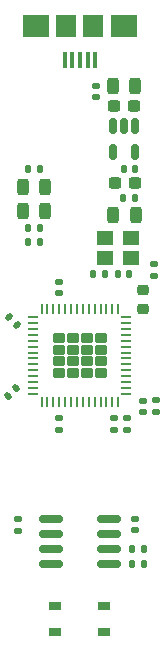
<source format=gbr>
%TF.GenerationSoftware,KiCad,Pcbnew,7.0.2-6a45011f42~172~ubuntu20.04.1*%
%TF.CreationDate,2023-04-23T13:30:35+07:00*%
%TF.ProjectId,EZ-USB-FX2LP-micro,455a2d55-5342-42d4-9658-324c502d6d69,rev?*%
%TF.SameCoordinates,Original*%
%TF.FileFunction,Paste,Top*%
%TF.FilePolarity,Positive*%
%FSLAX46Y46*%
G04 Gerber Fmt 4.6, Leading zero omitted, Abs format (unit mm)*
G04 Created by KiCad (PCBNEW 7.0.2-6a45011f42~172~ubuntu20.04.1) date 2023-04-23 13:30:35*
%MOMM*%
%LPD*%
G01*
G04 APERTURE LIST*
G04 Aperture macros list*
%AMRoundRect*
0 Rectangle with rounded corners*
0 $1 Rounding radius*
0 $2 $3 $4 $5 $6 $7 $8 $9 X,Y pos of 4 corners*
0 Add a 4 corners polygon primitive as box body*
4,1,4,$2,$3,$4,$5,$6,$7,$8,$9,$2,$3,0*
0 Add four circle primitives for the rounded corners*
1,1,$1+$1,$2,$3*
1,1,$1+$1,$4,$5*
1,1,$1+$1,$6,$7*
1,1,$1+$1,$8,$9*
0 Add four rect primitives between the rounded corners*
20,1,$1+$1,$2,$3,$4,$5,0*
20,1,$1+$1,$4,$5,$6,$7,0*
20,1,$1+$1,$6,$7,$8,$9,0*
20,1,$1+$1,$8,$9,$2,$3,0*%
%AMFreePoly0*
4,1,9,0.435000,0.357500,0.435000,-0.357500,0.290000,-0.502500,-0.290000,-0.502500,-0.435000,-0.357500,-0.435000,0.357500,-0.290000,0.502500,0.290000,0.502500,0.435000,0.357500,0.435000,0.357500,$1*%
G04 Aperture macros list end*
%ADD10RoundRect,0.150000X-0.150000X0.512500X-0.150000X-0.512500X0.150000X-0.512500X0.150000X0.512500X0*%
%ADD11RoundRect,0.140000X0.140000X0.170000X-0.140000X0.170000X-0.140000X-0.170000X0.140000X-0.170000X0*%
%ADD12RoundRect,0.135000X0.135000X0.185000X-0.135000X0.185000X-0.135000X-0.185000X0.135000X-0.185000X0*%
%ADD13RoundRect,0.150000X-0.825000X-0.150000X0.825000X-0.150000X0.825000X0.150000X-0.825000X0.150000X0*%
%ADD14RoundRect,0.243750X-0.243750X-0.456250X0.243750X-0.456250X0.243750X0.456250X-0.243750X0.456250X0*%
%ADD15RoundRect,0.140000X-0.021213X0.219203X-0.219203X0.021213X0.021213X-0.219203X0.219203X-0.021213X0*%
%ADD16RoundRect,0.140000X-0.170000X0.140000X-0.170000X-0.140000X0.170000X-0.140000X0.170000X0.140000X0*%
%ADD17RoundRect,0.243750X0.243750X0.456250X-0.243750X0.456250X-0.243750X-0.456250X0.243750X-0.456250X0*%
%ADD18RoundRect,0.140000X0.170000X-0.140000X0.170000X0.140000X-0.170000X0.140000X-0.170000X-0.140000X0*%
%ADD19RoundRect,0.135000X0.185000X-0.135000X0.185000X0.135000X-0.185000X0.135000X-0.185000X-0.135000X0*%
%ADD20R,1.050000X0.650000*%
%ADD21FreePoly0,270.000000*%
%ADD22RoundRect,0.062500X-0.062500X0.375000X-0.062500X-0.375000X0.062500X-0.375000X0.062500X0.375000X0*%
%ADD23RoundRect,0.062500X-0.375000X0.062500X-0.375000X-0.062500X0.375000X-0.062500X0.375000X0.062500X0*%
%ADD24RoundRect,0.225000X0.250000X-0.225000X0.250000X0.225000X-0.250000X0.225000X-0.250000X-0.225000X0*%
%ADD25R,0.400000X1.400000*%
%ADD26R,2.300000X1.900000*%
%ADD27R,1.800000X1.900000*%
%ADD28RoundRect,0.237500X0.300000X0.237500X-0.300000X0.237500X-0.300000X-0.237500X0.300000X-0.237500X0*%
%ADD29RoundRect,0.140000X-0.140000X-0.170000X0.140000X-0.170000X0.140000X0.170000X-0.140000X0.170000X0*%
%ADD30RoundRect,0.140000X0.219203X0.021213X0.021213X0.219203X-0.219203X-0.021213X-0.021213X-0.219203X0*%
%ADD31R,1.400000X1.200000*%
G04 APERTURE END LIST*
D10*
%TO.C,U4*%
X150762300Y-88016500D03*
X149812300Y-88016500D03*
X148862300Y-88016500D03*
X148862300Y-90291500D03*
X150762300Y-90291500D03*
%TD*%
D11*
%TO.C,C1*%
X150210400Y-100609400D03*
X149250400Y-100609400D03*
%TD*%
D12*
%TO.C,R2*%
X151513000Y-125120400D03*
X150493000Y-125120400D03*
%TD*%
D13*
%TO.C,U2*%
X143587400Y-121310400D03*
X143587400Y-122580400D03*
X143587400Y-123850400D03*
X143587400Y-125120400D03*
X148537400Y-125120400D03*
X148537400Y-123850400D03*
X148537400Y-122580400D03*
X148537400Y-121310400D03*
%TD*%
D12*
%TO.C,R4*%
X150762300Y-94132400D03*
X149742300Y-94132400D03*
%TD*%
%TO.C,R9*%
X142673800Y-97891600D03*
X141653800Y-97891600D03*
%TD*%
D14*
%TO.C,D2*%
X141251700Y-93200600D03*
X143126700Y-93200600D03*
%TD*%
D15*
%TO.C,C9*%
X140665200Y-110236000D03*
X139986378Y-110914822D03*
%TD*%
D11*
%TO.C,C18*%
X150762300Y-91694000D03*
X149802300Y-91694000D03*
%TD*%
D16*
%TO.C,C6*%
X144312400Y-112804000D03*
X144312400Y-113764000D03*
%TD*%
D17*
%TO.C,F1*%
X150744400Y-84632800D03*
X148869400Y-84632800D03*
%TD*%
D18*
%TO.C,C4*%
X144312400Y-102207000D03*
X144312400Y-101247000D03*
%TD*%
D19*
%TO.C,R10*%
X152501600Y-112295400D03*
X152501600Y-111275400D03*
%TD*%
D20*
%TO.C,SW1*%
X143987400Y-128719000D03*
X148137400Y-128719000D03*
X143987400Y-130869000D03*
X148112400Y-130869000D03*
%TD*%
D21*
%TO.C,U1*%
X147824900Y-105986200D03*
X146649900Y-105986200D03*
X145474900Y-105986200D03*
X144299900Y-105986200D03*
X147824900Y-106986200D03*
X146649900Y-106986200D03*
X145474900Y-106986200D03*
X144299900Y-106986200D03*
X147824900Y-107986200D03*
X146649900Y-107986200D03*
X145474900Y-107986200D03*
X144299900Y-107986200D03*
X147824900Y-108986200D03*
X146649900Y-108986200D03*
X145474900Y-108986200D03*
X144299900Y-108986200D03*
D22*
X149312400Y-103548700D03*
X148812400Y-103548700D03*
X148312400Y-103548700D03*
X147812400Y-103548700D03*
X147312400Y-103548700D03*
X146812400Y-103548700D03*
X146312400Y-103548700D03*
X145812400Y-103548700D03*
X145312400Y-103548700D03*
X144812400Y-103548700D03*
X144312400Y-103548700D03*
X143812400Y-103548700D03*
X143312400Y-103548700D03*
X142812400Y-103548700D03*
D23*
X142124900Y-104236200D03*
X142124900Y-104736200D03*
X142124900Y-105236200D03*
X142124900Y-105736200D03*
X142124900Y-106236200D03*
X142124900Y-106736200D03*
X142124900Y-107236200D03*
X142124900Y-107736200D03*
X142124900Y-108236200D03*
X142124900Y-108736200D03*
X142124900Y-109236200D03*
X142124900Y-109736200D03*
X142124900Y-110236200D03*
X142124900Y-110736200D03*
D22*
X142812400Y-111423700D03*
X143312400Y-111423700D03*
X143812400Y-111423700D03*
X144312400Y-111423700D03*
X144812400Y-111423700D03*
X145312400Y-111423700D03*
X145812400Y-111423700D03*
X146312400Y-111423700D03*
X146812400Y-111423700D03*
X147312400Y-111423700D03*
X147812400Y-111423700D03*
X148312400Y-111423700D03*
X148812400Y-111423700D03*
X149312400Y-111423700D03*
D23*
X149999900Y-110736200D03*
X149999900Y-110236200D03*
X149999900Y-109736200D03*
X149999900Y-109236200D03*
X149999900Y-108736200D03*
X149999900Y-108236200D03*
X149999900Y-107736200D03*
X149999900Y-107236200D03*
X149999900Y-106736200D03*
X149999900Y-106236200D03*
X149999900Y-105736200D03*
X149999900Y-105236200D03*
X149999900Y-104736200D03*
X149999900Y-104236200D03*
%TD*%
D19*
%TO.C,R1*%
X140843000Y-122330400D03*
X140843000Y-121310400D03*
%TD*%
D16*
%TO.C,C13*%
X148971000Y-112804000D03*
X148971000Y-113764000D03*
%TD*%
D24*
%TO.C,C15*%
X151434800Y-103518000D03*
X151434800Y-101968000D03*
%TD*%
D25*
%TO.C,J5*%
X147362400Y-82479000D03*
X146712400Y-82479000D03*
X146062400Y-82479000D03*
X145412400Y-82479000D03*
X144762400Y-82479000D03*
D26*
X149812400Y-79629000D03*
D27*
X147212400Y-79629000D03*
X144912400Y-79629000D03*
D26*
X142312400Y-79629000D03*
%TD*%
D28*
%TO.C,C17*%
X150674800Y-86334600D03*
X148949800Y-86334600D03*
%TD*%
D12*
%TO.C,R6*%
X142679200Y-96723200D03*
X141659200Y-96723200D03*
%TD*%
D19*
%TO.C,R8*%
X150037800Y-113794000D03*
X150037800Y-112774000D03*
%TD*%
%TO.C,R7*%
X152323800Y-100789200D03*
X152323800Y-99769200D03*
%TD*%
D12*
%TO.C,R3*%
X151513000Y-123850400D03*
X150493000Y-123850400D03*
%TD*%
D29*
%TO.C,C2*%
X147190400Y-100609400D03*
X148150400Y-100609400D03*
%TD*%
D30*
%TO.C,C7*%
X140716000Y-104902000D03*
X140037178Y-104223178D03*
%TD*%
D16*
%TO.C,C8*%
X151434800Y-111305400D03*
X151434800Y-112265400D03*
%TD*%
D14*
%TO.C,D3*%
X141251700Y-95250000D03*
X143126700Y-95250000D03*
%TD*%
D12*
%TO.C,R5*%
X142679200Y-91694000D03*
X141659200Y-91694000D03*
%TD*%
D31*
%TO.C,Y1*%
X148150400Y-99275000D03*
X150350400Y-99275000D03*
X150350400Y-97575000D03*
X148150400Y-97575000D03*
%TD*%
D16*
%TO.C,C14*%
X147396200Y-84632800D03*
X147396200Y-85592800D03*
%TD*%
D28*
%TO.C,C19*%
X150762300Y-92913200D03*
X149037300Y-92913200D03*
%TD*%
D16*
%TO.C,C3*%
X150698200Y-121310400D03*
X150698200Y-122270400D03*
%TD*%
D14*
%TO.C,D1*%
X148894800Y-95605600D03*
X150769800Y-95605600D03*
%TD*%
M02*

</source>
